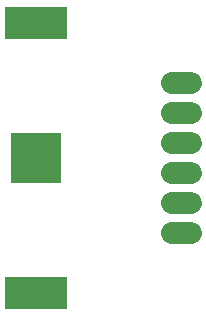
<source format=gbs>
G75*
G70*
%OFA0B0*%
%FSLAX24Y24*%
%IPPOS*%
%LPD*%
%AMOC8*
5,1,8,0,0,1.08239X$1,22.5*
%
%ADD10C,0.0720*%
%ADD11R,0.2080X0.1080*%
%ADD12R,0.1680X0.1680*%
D10*
X011617Y003779D02*
X012257Y003779D01*
X012257Y004779D02*
X011617Y004779D01*
X011617Y005779D02*
X012257Y005779D01*
X012257Y006779D02*
X011617Y006779D01*
X011617Y007779D02*
X012257Y007779D01*
X012257Y008779D02*
X011617Y008779D01*
D11*
X007097Y001779D03*
X007097Y010779D03*
D12*
X007097Y006279D03*
M02*

</source>
